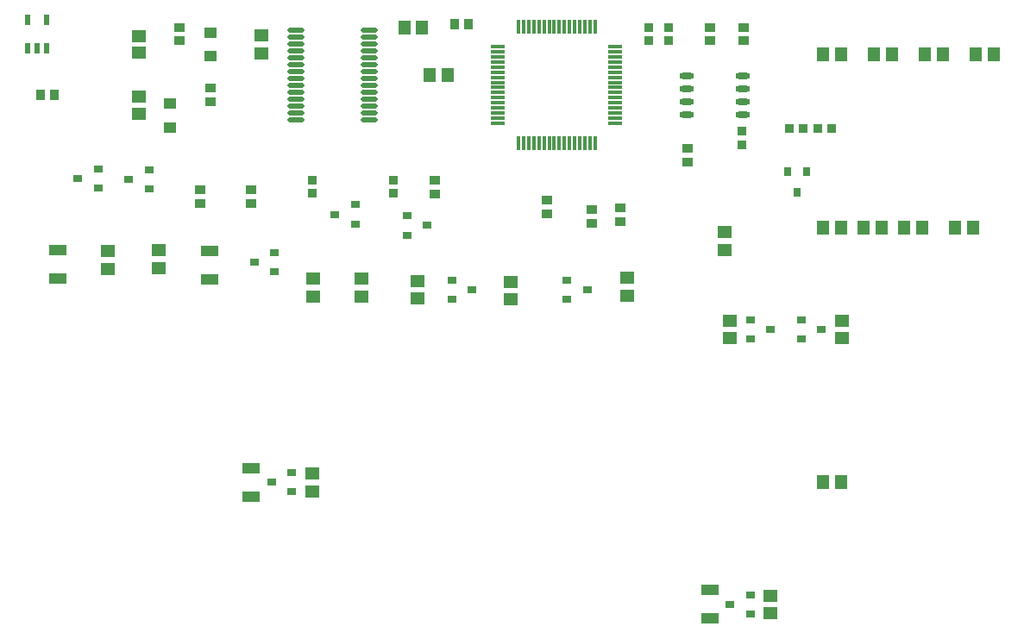
<source format=gbr>
%TF.GenerationSoftware,Altium Limited,Altium Designer,18.1.9 (240)*%
G04 Layer_Color=128*
%FSLAX26Y26*%
%MOIN*%
%TF.FileFunction,Paste,Bot*%
%TF.Part,Single*%
G01*
G75*
%TA.AperFunction,SMDPad,CuDef*%
%ADD15R,0.053150X0.045276*%
%ADD19R,0.045276X0.053150*%
%ADD21R,0.031496X0.035433*%
%ADD22R,0.070866X0.039370*%
%ADD41R,0.035433X0.031496*%
%ADD42O,0.057087X0.023622*%
%ADD43R,0.055118X0.051181*%
%ADD44R,0.039370X0.035433*%
%ADD45R,0.037402X0.033465*%
%ADD46R,0.051181X0.043307*%
%ADD47R,0.035433X0.039370*%
%ADD48O,0.064961X0.019685*%
%ADD49R,0.023622X0.039370*%
%ADD50R,0.053150X0.011811*%
%ADD51R,0.011811X0.053150*%
%ADD52R,0.033465X0.037402*%
D15*
X944882Y1727362D02*
D03*
Y1658465D02*
D03*
X3206245Y1203740D02*
D03*
Y1134842D02*
D03*
X1417323Y1963583D02*
D03*
Y1894685D02*
D03*
X3661417Y792323D02*
D03*
Y861221D02*
D03*
X1803150Y954724D02*
D03*
Y1023622D02*
D03*
X2019685Y945866D02*
D03*
Y1014764D02*
D03*
X3228347Y792323D02*
D03*
Y861221D02*
D03*
X3385827Y-270669D02*
D03*
Y-201772D02*
D03*
X2830709Y957677D02*
D03*
Y1026575D02*
D03*
X2381890Y941929D02*
D03*
Y1010827D02*
D03*
X822835Y1060039D02*
D03*
Y1128937D02*
D03*
X1019685Y1132874D02*
D03*
Y1063976D02*
D03*
X1618110Y953740D02*
D03*
Y1022638D02*
D03*
X1614173Y201772D02*
D03*
Y270669D02*
D03*
D19*
X2136811Y1811024D02*
D03*
X2067913D02*
D03*
X3971457Y1220472D02*
D03*
X3902559D02*
D03*
X3587598Y1889764D02*
D03*
X3656496D02*
D03*
X1969488Y1992126D02*
D03*
X2038386D02*
D03*
X3587599Y236220D02*
D03*
X3656496D02*
D03*
X3813976Y1220472D02*
D03*
X3745079D02*
D03*
X3587599D02*
D03*
X3656496D02*
D03*
X4050197Y1889764D02*
D03*
X3981299D02*
D03*
X4247047D02*
D03*
X4178150D02*
D03*
X4099409Y1220472D02*
D03*
X4168307D02*
D03*
X3853347Y1889764D02*
D03*
X3784449D02*
D03*
D21*
X3488189Y1358268D02*
D03*
X3525590Y1437008D02*
D03*
X3450787D02*
D03*
D22*
X3149606Y-291339D02*
D03*
Y-181102D02*
D03*
X1377953Y181102D02*
D03*
Y291339D02*
D03*
X629921Y1023622D02*
D03*
Y1133858D02*
D03*
X1216535Y1019685D02*
D03*
Y1129921D02*
D03*
D41*
X905512Y1407480D02*
D03*
X984252Y1370079D02*
D03*
Y1444882D02*
D03*
X2059055Y1228740D02*
D03*
X1980315Y1266142D02*
D03*
Y1191339D02*
D03*
X3307087Y-198819D02*
D03*
Y-273622D02*
D03*
X3228347Y-236220D02*
D03*
X1779528Y1309055D02*
D03*
Y1234252D02*
D03*
X1700787Y1271653D02*
D03*
X3307087Y789370D02*
D03*
Y864173D02*
D03*
X3385827Y826772D02*
D03*
X1535433Y273622D02*
D03*
Y198819D02*
D03*
X1456693Y236220D02*
D03*
X1468504Y1124016D02*
D03*
Y1049213D02*
D03*
X1389764Y1086614D02*
D03*
X3503937Y789370D02*
D03*
Y864173D02*
D03*
X3582677Y826772D02*
D03*
X787402Y1446850D02*
D03*
Y1372047D02*
D03*
X708661Y1409449D02*
D03*
X2598425Y942913D02*
D03*
Y1017716D02*
D03*
X2677165Y980315D02*
D03*
X2152913Y942913D02*
D03*
Y1017716D02*
D03*
X2231654Y980315D02*
D03*
D42*
X3276575Y1806773D02*
D03*
Y1756773D02*
D03*
Y1706773D02*
D03*
Y1656773D02*
D03*
X3062008Y1806773D02*
D03*
Y1756773D02*
D03*
Y1706773D02*
D03*
Y1656773D02*
D03*
D43*
X944882Y1960630D02*
D03*
Y1897638D02*
D03*
D44*
X2086614Y1404528D02*
D03*
Y1351378D02*
D03*
X1181102Y1312008D02*
D03*
Y1365158D02*
D03*
X1377953Y1312008D02*
D03*
Y1365158D02*
D03*
X1220472Y1758858D02*
D03*
Y1705709D02*
D03*
X1102362Y1941929D02*
D03*
Y1995079D02*
D03*
X2695147Y1237205D02*
D03*
Y1290354D02*
D03*
X2803150Y1245079D02*
D03*
Y1298228D02*
D03*
X2521417Y1272638D02*
D03*
Y1325787D02*
D03*
X3062992Y1473425D02*
D03*
Y1526575D02*
D03*
X3279528Y1941929D02*
D03*
Y1995079D02*
D03*
X3149606Y1941929D02*
D03*
Y1995079D02*
D03*
D45*
X1614173Y1403543D02*
D03*
Y1352362D02*
D03*
X1929134Y1403543D02*
D03*
Y1352362D02*
D03*
X3275591Y1592520D02*
D03*
Y1541339D02*
D03*
X2913386Y1994094D02*
D03*
Y1942913D02*
D03*
X2992126Y1994094D02*
D03*
Y1942913D02*
D03*
D46*
X1220472Y1883858D02*
D03*
Y1974409D02*
D03*
X1062992Y1698819D02*
D03*
Y1608268D02*
D03*
D47*
X2165709Y2007874D02*
D03*
X2218858D02*
D03*
X617126Y1732284D02*
D03*
X563976D02*
D03*
D48*
X1835630Y1984016D02*
D03*
Y1957401D02*
D03*
Y1930787D02*
D03*
Y1904173D02*
D03*
Y1877559D02*
D03*
Y1850945D02*
D03*
Y1824331D02*
D03*
Y1797716D02*
D03*
Y1771102D02*
D03*
Y1744488D02*
D03*
Y1717874D02*
D03*
Y1691260D02*
D03*
Y1664646D02*
D03*
Y1638031D02*
D03*
X1550197Y1984016D02*
D03*
Y1957401D02*
D03*
Y1930787D02*
D03*
Y1904173D02*
D03*
Y1877559D02*
D03*
Y1850945D02*
D03*
Y1824331D02*
D03*
Y1797716D02*
D03*
Y1771102D02*
D03*
Y1744488D02*
D03*
Y1717874D02*
D03*
Y1691260D02*
D03*
Y1664646D02*
D03*
Y1638031D02*
D03*
D49*
X588583Y1914370D02*
D03*
X551181D02*
D03*
X513780D02*
D03*
Y2022638D02*
D03*
X588583D02*
D03*
D50*
X2785433Y1624016D02*
D03*
Y1643701D02*
D03*
Y1663386D02*
D03*
Y1683071D02*
D03*
Y1702756D02*
D03*
Y1722441D02*
D03*
Y1742126D02*
D03*
Y1761811D02*
D03*
Y1781496D02*
D03*
Y1801181D02*
D03*
Y1820866D02*
D03*
Y1840551D02*
D03*
Y1860236D02*
D03*
Y1879921D02*
D03*
Y1899606D02*
D03*
Y1919291D02*
D03*
X2332677D02*
D03*
Y1899606D02*
D03*
Y1879921D02*
D03*
Y1860236D02*
D03*
Y1840551D02*
D03*
Y1820866D02*
D03*
Y1801181D02*
D03*
Y1781496D02*
D03*
Y1761811D02*
D03*
Y1742126D02*
D03*
Y1722441D02*
D03*
Y1702756D02*
D03*
Y1683071D02*
D03*
Y1663386D02*
D03*
Y1643701D02*
D03*
Y1624016D02*
D03*
D51*
X2706693Y1998031D02*
D03*
X2687008D02*
D03*
X2667323D02*
D03*
X2647638D02*
D03*
X2627953D02*
D03*
X2608268D02*
D03*
X2588583D02*
D03*
X2568898D02*
D03*
X2549213D02*
D03*
X2529528D02*
D03*
X2509843D02*
D03*
X2490157D02*
D03*
X2470472D02*
D03*
X2450787D02*
D03*
X2431102D02*
D03*
X2411417D02*
D03*
Y1545275D02*
D03*
X2431102D02*
D03*
X2450787D02*
D03*
X2470472D02*
D03*
X2490157D02*
D03*
X2509843D02*
D03*
X2529528D02*
D03*
X2549213D02*
D03*
X2568898D02*
D03*
X2588583D02*
D03*
X2608268D02*
D03*
X2627953D02*
D03*
X2647638D02*
D03*
X2667323D02*
D03*
X2687008D02*
D03*
X2706693D02*
D03*
D52*
X3509843Y1602362D02*
D03*
X3458661D02*
D03*
X3620079D02*
D03*
X3568898D02*
D03*
%TF.MD5,67a8056c18ef6fc2872fb33818c49d22*%
M02*

</source>
